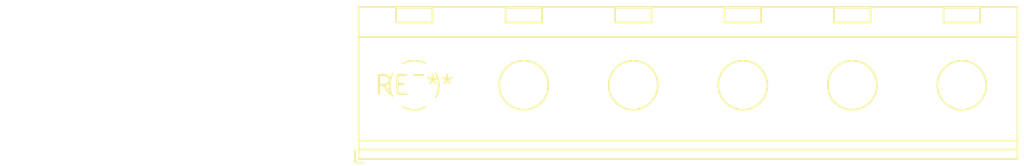
<source format=kicad_pcb>
(kicad_pcb (version 20240108) (generator pcbnew)
  (layers (0 "F.Cu" signal) (31 "B.Cu" signal) (34 "B.Paste" user) (35 "F.Paste" user) (36 "B.SilkS" user "B.Silkscreen") (37 "F.SilkS" user "F.Silkscreen") (38 "B.Mask" user) (39 "F.Mask" user) (44 "Edge.Cuts" user))
  (net 0 "")
  (footprint "TerminalBlock_RND_205-00071_1x06_P7.50mm_Horizontal" (layer "F.Cu") (at 0 0)
    (property "Reference" "REF**")
    (property "Value" "TerminalBlock_RND_205-00071_1x06_P7.50mm_Horizontal")
    (fp_line (start -4.05 4.46) (end -4.05 5.3) (layer "F.SilkS") (stroke (width 0.12)))
    (fp_line (start -4.05 5.3) (end -3.45 5.3) (layer "F.SilkS") (stroke (width 0.12)))
    (fp_line (start -3.81 -5.36) (end -3.81 5.06) (layer "F.SilkS") (stroke (width 0.12)))
    (fp_line (start -3.81 -5.36) (end 41.31 -5.36) (layer "F.SilkS") (stroke (width 0.12)))
    (fp_line (start -3.81 -3.301) (end 41.31 -3.301) (layer "F.SilkS") (stroke (width 0.12)))
    (fp_line (start -3.81 3.8) (end 41.31 3.8) (layer "F.SilkS") (stroke (width 0.12)))
    (fp_line (start -3.81 4.4) (end 41.31 4.4) (layer "F.SilkS") (stroke (width 0.12)))
    (fp_line (start -3.81 5.06) (end 41.31 5.06) (layer "F.SilkS") (stroke (width 0.12)))
    (fp_line (start -1.25 -5.301) (end -1.25 -4.301) (layer "F.SilkS") (stroke (width 0.12)))
    (fp_line (start -1.25 -5.301) (end 1.25 -5.301) (layer "F.SilkS") (stroke (width 0.12)))
    (fp_line (start -1.25 -4.301) (end 1.25 -4.301) (layer "F.SilkS") (stroke (width 0.12)))
    (fp_line (start 1.25 -5.301) (end 1.25 -4.301) (layer "F.SilkS") (stroke (width 0.12)))
    (fp_line (start 6.25 -5.301) (end 6.25 -4.301) (layer "F.SilkS") (stroke (width 0.12)))
    (fp_line (start 6.25 -5.301) (end 8.75 -5.301) (layer "F.SilkS") (stroke (width 0.12)))
    (fp_line (start 6.25 -4.301) (end 8.75 -4.301) (layer "F.SilkS") (stroke (width 0.12)))
    (fp_line (start 8.75 -5.301) (end 8.75 -4.301) (layer "F.SilkS") (stroke (width 0.12)))
    (fp_line (start 13.75 -5.301) (end 13.75 -4.301) (layer "F.SilkS") (stroke (width 0.12)))
    (fp_line (start 13.75 -5.301) (end 16.25 -5.301) (layer "F.SilkS") (stroke (width 0.12)))
    (fp_line (start 13.75 -4.301) (end 16.25 -4.301) (layer "F.SilkS") (stroke (width 0.12)))
    (fp_line (start 16.25 -5.301) (end 16.25 -4.301) (layer "F.SilkS") (stroke (width 0.12)))
    (fp_line (start 21.25 -5.301) (end 21.25 -4.301) (layer "F.SilkS") (stroke (width 0.12)))
    (fp_line (start 21.25 -5.301) (end 23.75 -5.301) (layer "F.SilkS") (stroke (width 0.12)))
    (fp_line (start 21.25 -4.301) (end 23.75 -4.301) (layer "F.SilkS") (stroke (width 0.12)))
    (fp_line (start 23.75 -5.301) (end 23.75 -4.301) (layer "F.SilkS") (stroke (width 0.12)))
    (fp_line (start 28.75 -5.301) (end 28.75 -4.301) (layer "F.SilkS") (stroke (width 0.12)))
    (fp_line (start 28.75 -5.301) (end 31.25 -5.301) (layer "F.SilkS") (stroke (width 0.12)))
    (fp_line (start 28.75 -4.301) (end 31.25 -4.301) (layer "F.SilkS") (stroke (width 0.12)))
    (fp_line (start 31.25 -5.301) (end 31.25 -4.301) (layer "F.SilkS") (stroke (width 0.12)))
    (fp_line (start 36.25 -5.301) (end 36.25 -4.301) (layer "F.SilkS") (stroke (width 0.12)))
    (fp_line (start 36.25 -5.301) (end 38.75 -5.301) (layer "F.SilkS") (stroke (width 0.12)))
    (fp_line (start 36.25 -4.301) (end 38.75 -4.301) (layer "F.SilkS") (stroke (width 0.12)))
    (fp_line (start 38.75 -5.301) (end 38.75 -4.301) (layer "F.SilkS") (stroke (width 0.12)))
    (fp_line (start 41.31 -5.36) (end 41.31 5.06) (layer "F.SilkS") (stroke (width 0.12)))
    (fp_arc (start -1.483953 0.789089) (mid -1.680708 5e-05) (end -1.484 -0.789) (layer "F.SilkS") (stroke (width 0.12)))
    (fp_arc (start -0.789089 -1.483953) (mid -5e-05 -1.680708) (end 0.789 -1.484) (layer "F.SilkS") (stroke (width 0.12)))
    (fp_arc (start 0.029383 1.68045) (mid -0.392304 1.634281) (end -0.789 1.484) (layer "F.SilkS") (stroke (width 0.12)))
    (fp_arc (start 0.788712 1.483352) (mid 0.406429 1.630097) (end 0 1.68) (layer "F.SilkS") (stroke (width 0.12)))
    (fp_arc (start 1.483953 -0.789089) (mid 1.680708 -5e-05) (end 1.484 0.789) (layer "F.SilkS") (stroke (width 0.12)))
    (fp_circle (center 7.5 0) (end 9.18 0) (layer "F.SilkS") (stroke (width 0.12)) (fill none))
    (fp_circle (center 15 0) (end 16.68 0) (layer "F.SilkS") (stroke (width 0.12)) (fill none))
    (fp_circle (center 22.5 0) (end 24.18 0) (layer "F.SilkS") (stroke (width 0.12)) (fill none))
    (fp_circle (center 30 0) (end 31.68 0) (layer "F.SilkS") (stroke (width 0.12)) (fill none))
    (fp_circle (center 37.5 0) (end 39.18 0) (layer "F.SilkS") (stroke (width 0.12)) (fill none))
    (pad "1" thru_hole rect (at 0 0) (size 2.5 2.5) (drill 1.3) (layers *.Cu *.Mask) (remove_unused_layers))
    (pad "2" thru_hole circle (at 7.5 0) (size 2.5 2.5) (drill 1.3) (layers *.Cu *.Mask) (remove_unused_layers))
    (pad "3" thru_hole circle (at 15 0) (size 2.5 2.5) (drill 1.3) (layers *.Cu *.Mask) (remove_unused_layers))
    (pad "4" thru_hole circle (at 22.5 0) (size 2.5 2.5) (drill 1.3) (layers *.Cu *.Mask) (remove_unused_layers))
    (pad "5" thru_hole circle (at 30 0) (size 2.5 2.5) (drill 1.3) (layers *.Cu *.Mask) (remove_unused_layers))
    (pad "6" thru_hole circle (at 37.5 0) (size 2.5 2.5) (drill 1.3) (layers *.Cu *.Mask) (remove_unused_layers))
  )
)
</source>
